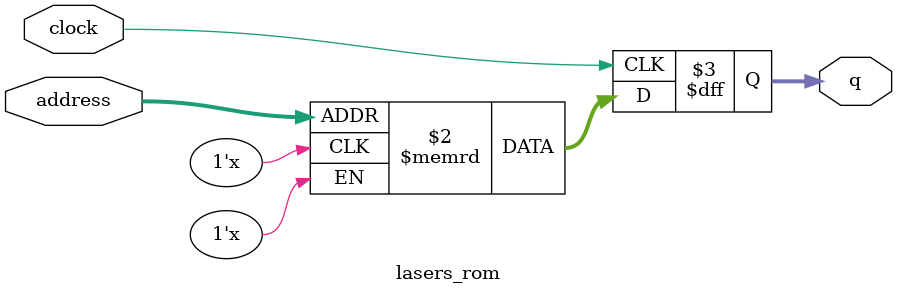
<source format=sv>
module lasers_rom (
	input logic clock,
	input logic [17:0] address,
	output logic [2:0] q
);

logic [2:0] memory [0:230399] /* synthesis ram_init_file = "./lasers/lasers.COE" */;

always_ff @ (posedge clock) begin
	q <= memory[address];
end

endmodule

</source>
